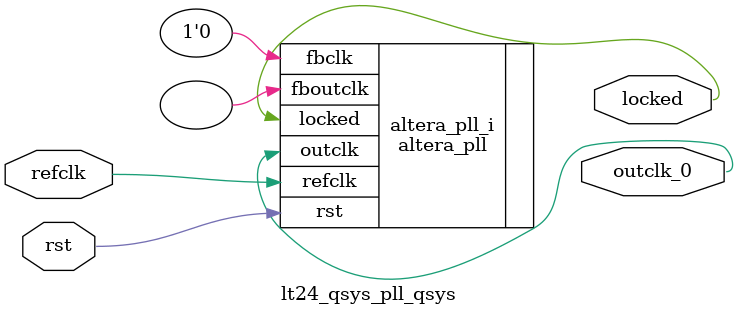
<source format=v>
`timescale 1ns/10ps
module  lt24_qsys_pll_qsys(

	// interface 'refclk'
	input wire refclk,

	// interface 'reset'
	input wire rst,

	// interface 'outclk0'
	output wire outclk_0,

	// interface 'locked'
	output wire locked
);

	altera_pll #(
		.fractional_vco_multiplier("false"),
		.reference_clock_frequency("50.0 MHz"),
		.operation_mode("normal"),
		.number_of_clocks(1),
		.output_clock_frequency0("100.000000 MHz"),
		.phase_shift0("0 ps"),
		.duty_cycle0(50),
		.output_clock_frequency1("0 MHz"),
		.phase_shift1("0 ps"),
		.duty_cycle1(50),
		.output_clock_frequency2("0 MHz"),
		.phase_shift2("0 ps"),
		.duty_cycle2(50),
		.output_clock_frequency3("0 MHz"),
		.phase_shift3("0 ps"),
		.duty_cycle3(50),
		.output_clock_frequency4("0 MHz"),
		.phase_shift4("0 ps"),
		.duty_cycle4(50),
		.output_clock_frequency5("0 MHz"),
		.phase_shift5("0 ps"),
		.duty_cycle5(50),
		.output_clock_frequency6("0 MHz"),
		.phase_shift6("0 ps"),
		.duty_cycle6(50),
		.output_clock_frequency7("0 MHz"),
		.phase_shift7("0 ps"),
		.duty_cycle7(50),
		.output_clock_frequency8("0 MHz"),
		.phase_shift8("0 ps"),
		.duty_cycle8(50),
		.output_clock_frequency9("0 MHz"),
		.phase_shift9("0 ps"),
		.duty_cycle9(50),
		.output_clock_frequency10("0 MHz"),
		.phase_shift10("0 ps"),
		.duty_cycle10(50),
		.output_clock_frequency11("0 MHz"),
		.phase_shift11("0 ps"),
		.duty_cycle11(50),
		.output_clock_frequency12("0 MHz"),
		.phase_shift12("0 ps"),
		.duty_cycle12(50),
		.output_clock_frequency13("0 MHz"),
		.phase_shift13("0 ps"),
		.duty_cycle13(50),
		.output_clock_frequency14("0 MHz"),
		.phase_shift14("0 ps"),
		.duty_cycle14(50),
		.output_clock_frequency15("0 MHz"),
		.phase_shift15("0 ps"),
		.duty_cycle15(50),
		.output_clock_frequency16("0 MHz"),
		.phase_shift16("0 ps"),
		.duty_cycle16(50),
		.output_clock_frequency17("0 MHz"),
		.phase_shift17("0 ps"),
		.duty_cycle17(50),
		.pll_type("General"),
		.pll_subtype("General")
	) altera_pll_i (
		.rst	(rst),
		.outclk	({outclk_0}),
		.locked	(locked),
		.fboutclk	( ),
		.fbclk	(1'b0),
		.refclk	(refclk)
	);
endmodule


</source>
